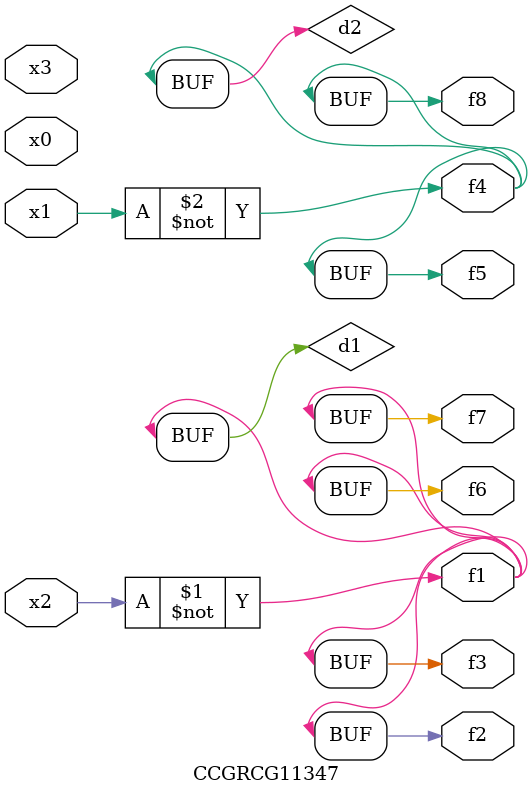
<source format=v>
module CCGRCG11347(
	input x0, x1, x2, x3,
	output f1, f2, f3, f4, f5, f6, f7, f8
);

	wire d1, d2;

	xnor (d1, x2);
	not (d2, x1);
	assign f1 = d1;
	assign f2 = d1;
	assign f3 = d1;
	assign f4 = d2;
	assign f5 = d2;
	assign f6 = d1;
	assign f7 = d1;
	assign f8 = d2;
endmodule

</source>
